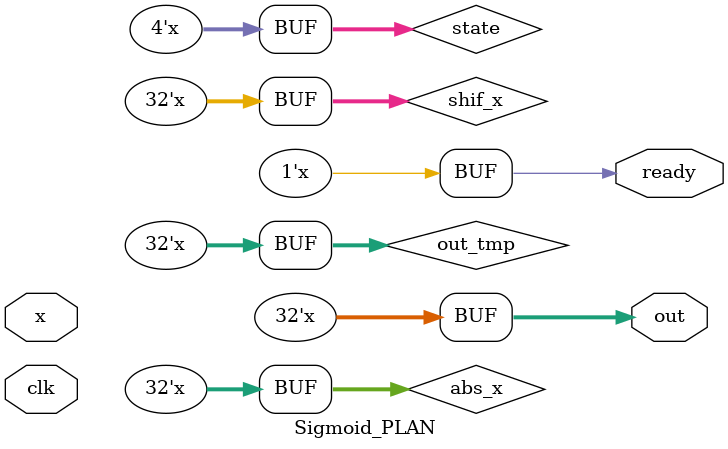
<source format=v>
/*
 * Copyright (c) 2022, SPAR-Internal
 * All rights reserved.
 * 
 * Permission is hereby granted, free of charge, to any person obtaining a copy of
 * this software and associated documentation files (the "Software"), to deal in
 * the Software without restriction, including without limitation the rights to
 * use, copy, modify, merge, publish, distribute, sublicense, and/or sell copies
 * of the Software, and to permit persons to whom the Software is furnished to do
 * so, subject to the following conditions:
 * 
 * The above copyright notice and this permission notice shall be included in all
 * copies or substantial portions of the Software.
 * 
 * THE SOFTWARE IS PROVIDED "AS IS", WITHOUT WARRANTY OF ANY KIND, EXPRESS OR
 * IMPLIED, INCLUDING BUT NOT LIMITED TO THE WARRANTIES OF MERCHANTABILITY,
 * FITNESS FOR A PARTICULAR PURPOSE AND NONINFRINGEMENT. IN NO EVENT SHALL THE
 * AUTHORS OR COPYRIGHT HOLDERS BE LIABLE FOR ANY CLAIM, DAMAGES OR OTHER
 * LIABILITY, WHETHER IN AN ACTION OF CONTRACT, TORT OR OTHERWISE, ARISING FROM,
 * OUT OF OR IN CONNECTION WITH THE SOFTWARE OR THE USE OR OTHER DEALINGS IN THE
 * SOFTWARE.
 *
 */


`timescale 1ns / 1ps
//////////////////////////////////////////////////////////////////////////////////
// Company: 
// Engineer: 
// 
// Create Date: 11/06/2019 12:15:39 PM
// Design Name: 
// Module Name: Sigmoid_PLAN
// Project Name: 
// Target Devices: 
// Tool Versions: 
// Description: 
// 
// Dependencies: 
// 
// Revision:
// Revision 0.01 - File Created
// Additional Comments:
// 
//////////////////////////////////////////////////////////////////////////////////


module Sigmoid_PLAN
    #(parameter N = 32)
    (input clk,
    input [N-1:0] x,
    output reg [N-1:0] out,
	output reg ready
    );
    
parameter [N/2-1:0] z16 = 0; //16 zeros
parameter [N/2-2:0] z15 = 0; //15 zeros
parameter [N/2-3:0] z14 = 0; //14 zeros
parameter [N/2-4:0] z13 = 0; //13 zeros
parameter [N/2-6:0] z11 = 0; //11 zeros


    reg [N-1:0] shif_x, out_tmp;
    reg [N-1:0] abs_x;
    reg [3:0] state = 4'b0;
    always @(clk, x)
    begin
        case(state)
        4'b0000:
        begin
            if ($signed(x) < 0) 
                abs_x = -x;
            else 
                abs_x = x;
            if(abs_x > {z13, 3'b101, z16}) // |x| > 5
            begin
                state = 4'b0001;
            end
            else if(abs_x < {z13, 3'b101, z16} &&  abs_x >= {z14,5'b10011,z13}) // 2.375 =< |x| < 5
            begin
                state = 4'b0010;
            end
            else if(abs_x >= {z15, 1'b1, z16} &&  abs_x < {z14,5'b10011,z13}) // 1 =< |x| < 2.375
            begin
                state = 4'b0011;
            end
            else if(abs_x < {z15, 1'b1, z16}) // 0=< |x| < 1
            begin
                state = 4'b0100;
            end
        end //case 0000
        4'b0001:
        begin
            // 1
            out_tmp[N-1:0] = {z15, 1'b1, z16};
            state = 4'b0101;
        end //case 0001
        4'b0010:
        begin
            //0.03125 * |x| + 0.84375
            shif_x = abs_x >> 5;
            out_tmp = shif_x + {z16,5'b11011,z11};
            //add(shif_x, {z16,'b11011,z11}, out_tmp); 
            state = 4'b0101;
        end //case 0010
        4'b0011:
        begin
            //0.125 * |x| + 0.625
            shif_x = abs_x >> 3;
            out_tmp = shif_x + {z16,3'b101,z13};
            //add(shif_x, {z16,'b101,z13}, out_tmp);
            state = 4'b0101; 
        end //case 0011
        4'b0100:
        begin
             // 0.25 * |x| + 0.5
            shif_x = abs_x >> 2;
            out_tmp = shif_x + {z16,1'b1,z15};
            //add(shif_x, {z16,'b1,z15}, out_tmp); 
            state = 4'b0101; 
        end //case 0100
        4'b0101:
        begin
            if ($signed(x) > 0) out = out_tmp;
            else out = {z15, 1'b1, z16} - out_tmp; //1 - sig(x)
            state = 4'b0110;
        end //case 0101
        4'b0110:
        begin
			ready = 1'b1;
            state = 4'b0000;
        end
        endcase //case
    
        //5 in 8 bits b1010000
        //1 in 8 bits b00010000
        //2.37 in 8 bits b0100110
        //0.84375 in 8 bits b00001101
        //0.625 in 8 bits b00001010
        //0.25 in 8 bits b00000100
    end //always
endmodule
</source>
